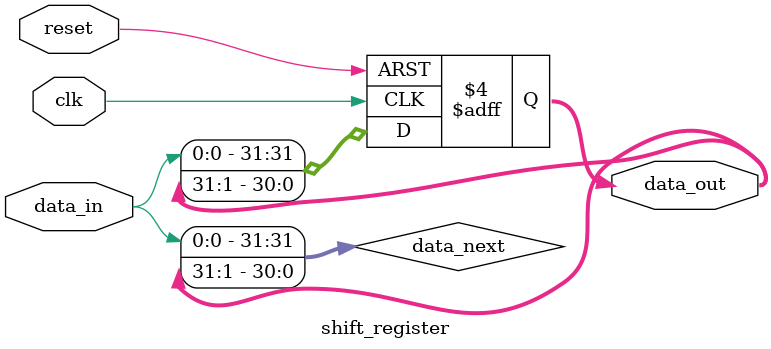
<source format=v>
`timescale 1ns / 1ps


module shift_register
#(
	parameter width = 32
)
(
    input wire clk,
    input wire reset,
    input wire data_in,
    //output wire s_data_out,
    output reg [width-1:0] data_out
);

wire [width-1:0] data_next;

initial begin
    //Set the registers to 0
    data_out <= 0;
end

always @ (posedge clk or negedge reset) begin
    if(reset == 1'b0)begin
        //Set the registers to 0
        data_out <= 0;
    end
    else begin
        //Update our value
        data_out <= data_next;
    end
end

assign data_next = {data_in, data_out[width-1:1]};

//assign s_data_out = data_out[0];

endmodule
</source>
